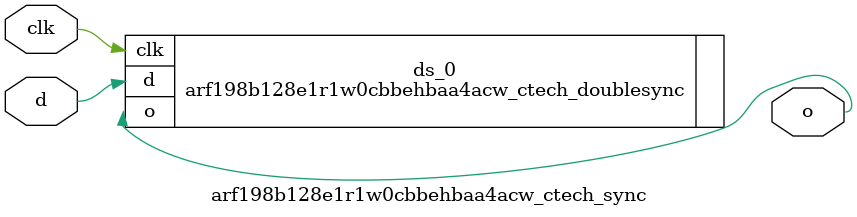
<source format=sv>

`ifndef ARF198B128E1R1W0CBBEHBAA4ACW_CTECH_SYNC_SV
`define ARF198B128E1R1W0CBBEHBAA4ACW_CTECH_SYNC_SV

module arf198b128e1r1w0cbbehbaa4acw_ctech_sync (
  input  logic  clk,
  input  logic  d,

  output logic  o
);

  arf198b128e1r1w0cbbehbaa4acw_ctech_doublesync ds_0 (.o(o), .d(d), .clk(clk));

endmodule // arf198b128e1r1w0cbbehbaa4acw_ctech_sync

`endif // ARF198B128E1R1W0CBBEHBAA4ACW_CTECH_SYNC_SV
</source>
